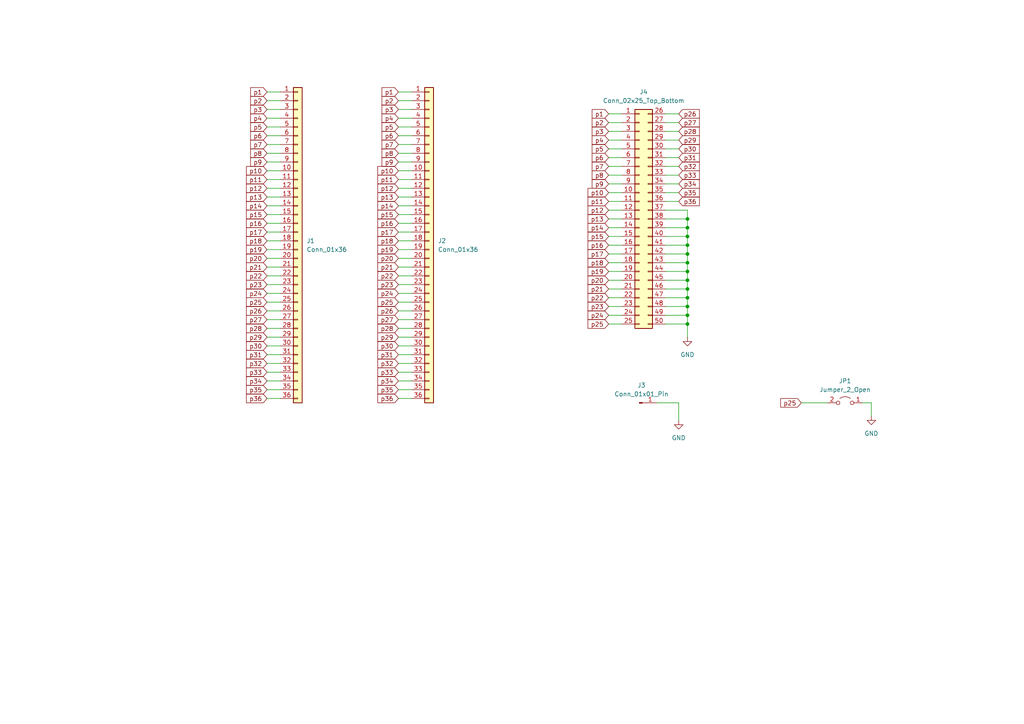
<source format=kicad_sch>
(kicad_sch (version 20230121) (generator eeschema)
  (paper "A4")
  (lib_symbols
    (symbol "Connector:Conn_01x01_Pin" (pin_names (offset 1.016) hide)
      (property "Reference" "J" (at 0 2.54 0))
      (property "Value" "Conn_01x01_Pin" (at 0 -2.54 0))
      (symbol "Conn_01x01_Pin_1_1"
        (polyline (pts (xy 1.27 0) (xy 0.8636 0)) (stroke (width 0.1524)))
        (rectangle (start 0.8636 0.127) (end 0 -0.127) (stroke (width 0.1524)) (fill (type outline)))
        (pin passive line (at 5.08 0 180) (length 3.81) (name "Pin_1") (number "1"))
      )
    )
    (symbol "Connector_Generic:Conn_01x36" (pin_names (offset 1.016) hide)
      (property "Reference" "J" (at 0 45.72 0))
      (property "Value" "Conn_01x36" (at 0 -48.26 0))
      (symbol "Conn_01x36_1_1"
        (rectangle (start -1.27 -45.593) (end 0 -45.847) (stroke (width 0.1524)))
        (rectangle (start -1.27 -43.053) (end 0 -43.307) (stroke (width 0.1524)))
        (rectangle (start -1.27 -40.513) (end 0 -40.767) (stroke (width 0.1524)))
        (rectangle (start -1.27 -37.973) (end 0 -38.227) (stroke (width 0.1524)))
        (rectangle (start -1.27 -35.433) (end 0 -35.687) (stroke (width 0.1524)))
        (rectangle (start -1.27 -32.893) (end 0 -33.147) (stroke (width 0.1524)))
        (rectangle (start -1.27 -30.353) (end 0 -30.607) (stroke (width 0.1524)))
        (rectangle (start -1.27 -27.813) (end 0 -28.067) (stroke (width 0.1524)))
        (rectangle (start -1.27 -25.273) (end 0 -25.527) (stroke (width 0.1524)))
        (rectangle (start -1.27 -22.733) (end 0 -22.987) (stroke (width 0.1524)))
        (rectangle (start -1.27 -20.193) (end 0 -20.447) (stroke (width 0.1524)))
        (rectangle (start -1.27 -17.653) (end 0 -17.907) (stroke (width 0.1524)))
        (rectangle (start -1.27 -15.113) (end 0 -15.367) (stroke (width 0.1524)))
        (rectangle (start -1.27 -12.573) (end 0 -12.827) (stroke (width 0.1524)))
        (rectangle (start -1.27 -10.033) (end 0 -10.287) (stroke (width 0.1524)))
        (rectangle (start -1.27 -7.493) (end 0 -7.747) (stroke (width 0.1524)))
        (rectangle (start -1.27 -4.953) (end 0 -5.207) (stroke (width 0.1524)))
        (rectangle (start -1.27 -2.413) (end 0 -2.667) (stroke (width 0.1524)))
        (rectangle (start -1.27 0.127) (end 0 -0.127) (stroke (width 0.1524)))
        (rectangle (start -1.27 2.667) (end 0 2.413) (stroke (width 0.1524)))
        (rectangle (start -1.27 5.207) (end 0 4.953) (stroke (width 0.1524)))
        (rectangle (start -1.27 7.747) (end 0 7.493) (stroke (width 0.1524)))
        (rectangle (start -1.27 10.287) (end 0 10.033) (stroke (width 0.1524)))
        (rectangle (start -1.27 12.827) (end 0 12.573) (stroke (width 0.1524)))
        (rectangle (start -1.27 15.367) (end 0 15.113) (stroke (width 0.1524)))
        (rectangle (start -1.27 17.907) (end 0 17.653) (stroke (width 0.1524)))
        (rectangle (start -1.27 20.447) (end 0 20.193) (stroke (width 0.1524)))
        (rectangle (start -1.27 22.987) (end 0 22.733) (stroke (width 0.1524)))
        (rectangle (start -1.27 25.527) (end 0 25.273) (stroke (width 0.1524)))
        (rectangle (start -1.27 28.067) (end 0 27.813) (stroke (width 0.1524)))
        (rectangle (start -1.27 30.607) (end 0 30.353) (stroke (width 0.1524)))
        (rectangle (start -1.27 33.147) (end 0 32.893) (stroke (width 0.1524)))
        (rectangle (start -1.27 35.687) (end 0 35.433) (stroke (width 0.1524)))
        (rectangle (start -1.27 38.227) (end 0 37.973) (stroke (width 0.1524)))
        (rectangle (start -1.27 40.767) (end 0 40.513) (stroke (width 0.1524)))
        (rectangle (start -1.27 43.307) (end 0 43.053) (stroke (width 0.1524)))
        (rectangle (start -1.27 44.45) (end 1.27 -46.99) (stroke (width 0.254)) (fill (type background)))
        (pin passive line (at -5.08 43.18 0) (length 3.81) (name "Pin_1") (number "1"))
        (pin passive line (at -5.08 20.32 0) (length 3.81) (name "Pin_10") (number "10"))
        (pin passive line (at -5.08 17.78 0) (length 3.81) (name "Pin_11") (number "11"))
        (pin passive line (at -5.08 15.24 0) (length 3.81) (name "Pin_12") (number "12"))
        (pin passive line (at -5.08 12.7 0) (length 3.81) (name "Pin_13") (number "13"))
        (pin passive line (at -5.08 10.16 0) (length 3.81) (name "Pin_14") (number "14"))
        (pin passive line (at -5.08 7.62 0) (length 3.81) (name "Pin_15") (number "15"))
        (pin passive line (at -5.08 5.08 0) (length 3.81) (name "Pin_16") (number "16"))
        (pin passive line (at -5.08 2.54 0) (length 3.81) (name "Pin_17") (number "17"))
        (pin passive line (at -5.08 0 0) (length 3.81) (name "Pin_18") (number "18"))
        (pin passive line (at -5.08 -2.54 0) (length 3.81) (name "Pin_19") (number "19"))
        (pin passive line (at -5.08 40.64 0) (length 3.81) (name "Pin_2") (number "2"))
        (pin passive line (at -5.08 -5.08 0) (length 3.81) (name "Pin_20") (number "20"))
        (pin passive line (at -5.08 -7.62 0) (length 3.81) (name "Pin_21") (number "21"))
        (pin passive line (at -5.08 -10.16 0) (length 3.81) (name "Pin_22") (number "22"))
        (pin passive line (at -5.08 -12.7 0) (length 3.81) (name "Pin_23") (number "23"))
        (pin passive line (at -5.08 -15.24 0) (length 3.81) (name "Pin_24") (number "24"))
        (pin passive line (at -5.08 -17.78 0) (length 3.81) (name "Pin_25") (number "25"))
        (pin passive line (at -5.08 -20.32 0) (length 3.81) (name "Pin_26") (number "26"))
        (pin passive line (at -5.08 -22.86 0) (length 3.81) (name "Pin_27") (number "27"))
        (pin passive line (at -5.08 -25.4 0) (length 3.81) (name "Pin_28") (number "28"))
        (pin passive line (at -5.08 -27.94 0) (length 3.81) (name "Pin_29") (number "29"))
        (pin passive line (at -5.08 38.1 0) (length 3.81) (name "Pin_3") (number "3"))
        (pin passive line (at -5.08 -30.48 0) (length 3.81) (name "Pin_30") (number "30"))
        (pin passive line (at -5.08 -33.02 0) (length 3.81) (name "Pin_31") (number "31"))
        (pin passive line (at -5.08 -35.56 0) (length 3.81) (name "Pin_32") (number "32"))
        (pin passive line (at -5.08 -38.1 0) (length 3.81) (name "Pin_33") (number "33"))
        (pin passive line (at -5.08 -40.64 0) (length 3.81) (name "Pin_34") (number "34"))
        (pin passive line (at -5.08 -43.18 0) (length 3.81) (name "Pin_35") (number "35"))
        (pin passive line (at -5.08 -45.72 0) (length 3.81) (name "Pin_36") (number "36"))
        (pin passive line (at -5.08 35.56 0) (length 3.81) (name "Pin_4") (number "4"))
        (pin passive line (at -5.08 33.02 0) (length 3.81) (name "Pin_5") (number "5"))
        (pin passive line (at -5.08 30.48 0) (length 3.81) (name "Pin_6") (number "6"))
        (pin passive line (at -5.08 27.94 0) (length 3.81) (name "Pin_7") (number "7"))
        (pin passive line (at -5.08 25.4 0) (length 3.81) (name "Pin_8") (number "8"))
        (pin passive line (at -5.08 22.86 0) (length 3.81) (name "Pin_9") (number "9"))
      )
    )
    (symbol "Connector_Generic:Conn_02x25_Top_Bottom" (pin_names (offset 1.016) hide)
      (property "Reference" "J" (at 1.27 33.02 0))
      (property "Value" "Conn_02x25_Top_Bottom" (at 1.27 -33.02 0))
      (symbol "Conn_02x25_Top_Bottom_1_1"
        (rectangle (start -1.27 -30.353) (end 0 -30.607) (stroke (width 0.1524)))
        (rectangle (start -1.27 -27.813) (end 0 -28.067) (stroke (width 0.1524)))
        (rectangle (start -1.27 -25.273) (end 0 -25.527) (stroke (width 0.1524)))
        (rectangle (start -1.27 -22.733) (end 0 -22.987) (stroke (width 0.1524)))
        (rectangle (start -1.27 -20.193) (end 0 -20.447) (stroke (width 0.1524)))
        (rectangle (start -1.27 -17.653) (end 0 -17.907) (stroke (width 0.1524)))
        (rectangle (start -1.27 -15.113) (end 0 -15.367) (stroke (width 0.1524)))
        (rectangle (start -1.27 -12.573) (end 0 -12.827) (stroke (width 0.1524)))
        (rectangle (start -1.27 -10.033) (end 0 -10.287) (stroke (width 0.1524)))
        (rectangle (start -1.27 -7.493) (end 0 -7.747) (stroke (width 0.1524)))
        (rectangle (start -1.27 -4.953) (end 0 -5.207) (stroke (width 0.1524)))
        (rectangle (start -1.27 -2.413) (end 0 -2.667) (stroke (width 0.1524)))
        (rectangle (start -1.27 0.127) (end 0 -0.127) (stroke (width 0.1524)))
        (rectangle (start -1.27 2.667) (end 0 2.413) (stroke (width 0.1524)))
        (rectangle (start -1.27 5.207) (end 0 4.953) (stroke (width 0.1524)))
        (rectangle (start -1.27 7.747) (end 0 7.493) (stroke (width 0.1524)))
        (rectangle (start -1.27 10.287) (end 0 10.033) (stroke (width 0.1524)))
        (rectangle (start -1.27 12.827) (end 0 12.573) (stroke (width 0.1524)))
        (rectangle (start -1.27 15.367) (end 0 15.113) (stroke (width 0.1524)))
        (rectangle (start -1.27 17.907) (end 0 17.653) (stroke (width 0.1524)))
        (rectangle (start -1.27 20.447) (end 0 20.193) (stroke (width 0.1524)))
        (rectangle (start -1.27 22.987) (end 0 22.733) (stroke (width 0.1524)))
        (rectangle (start -1.27 25.527) (end 0 25.273) (stroke (width 0.1524)))
        (rectangle (start -1.27 28.067) (end 0 27.813) (stroke (width 0.1524)))
        (rectangle (start -1.27 30.607) (end 0 30.353) (stroke (width 0.1524)))
        (rectangle (start -1.27 31.75) (end 3.81 -31.75) (stroke (width 0.254)) (fill (type background)))
        (rectangle (start 3.81 -30.353) (end 2.54 -30.607) (stroke (width 0.1524)))
        (rectangle (start 3.81 -27.813) (end 2.54 -28.067) (stroke (width 0.1524)))
        (rectangle (start 3.81 -25.273) (end 2.54 -25.527) (stroke (width 0.1524)))
        (rectangle (start 3.81 -22.733) (end 2.54 -22.987) (stroke (width 0.1524)))
        (rectangle (start 3.81 -20.193) (end 2.54 -20.447) (stroke (width 0.1524)))
        (rectangle (start 3.81 -17.653) (end 2.54 -17.907) (stroke (width 0.1524)))
        (rectangle (start 3.81 -15.113) (end 2.54 -15.367) (stroke (width 0.1524)))
        (rectangle (start 3.81 -12.573) (end 2.54 -12.827) (stroke (width 0.1524)))
        (rectangle (start 3.81 -10.033) (end 2.54 -10.287) (stroke (width 0.1524)))
        (rectangle (start 3.81 -7.493) (end 2.54 -7.747) (stroke (width 0.1524)))
        (rectangle (start 3.81 -4.953) (end 2.54 -5.207) (stroke (width 0.1524)))
        (rectangle (start 3.81 -2.413) (end 2.54 -2.667) (stroke (width 0.1524)))
        (rectangle (start 3.81 0.127) (end 2.54 -0.127) (stroke (width 0.1524)))
        (rectangle (start 3.81 2.667) (end 2.54 2.413) (stroke (width 0.1524)))
        (rectangle (start 3.81 5.207) (end 2.54 4.953) (stroke (width 0.1524)))
        (rectangle (start 3.81 7.747) (end 2.54 7.493) (stroke (width 0.1524)))
        (rectangle (start 3.81 10.287) (end 2.54 10.033) (stroke (width 0.1524)))
        (rectangle (start 3.81 12.827) (end 2.54 12.573) (stroke (width 0.1524)))
        (rectangle (start 3.81 15.367) (end 2.54 15.113) (stroke (width 0.1524)))
        (rectangle (start 3.81 17.907) (end 2.54 17.653) (stroke (width 0.1524)))
        (rectangle (start 3.81 20.447) (end 2.54 20.193) (stroke (width 0.1524)))
        (rectangle (start 3.81 22.987) (end 2.54 22.733) (stroke (width 0.1524)))
        (rectangle (start 3.81 25.527) (end 2.54 25.273) (stroke (width 0.1524)))
        (rectangle (start 3.81 28.067) (end 2.54 27.813) (stroke (width 0.1524)))
        (rectangle (start 3.81 30.607) (end 2.54 30.353) (stroke (width 0.1524)))
        (pin passive line (at -5.08 30.48 0) (length 3.81) (name "Pin_1") (number "1"))
        (pin passive line (at -5.08 7.62 0) (length 3.81) (name "Pin_10") (number "10"))
        (pin passive line (at -5.08 5.08 0) (length 3.81) (name "Pin_11") (number "11"))
        (pin passive line (at -5.08 2.54 0) (length 3.81) (name "Pin_12") (number "12"))
        (pin passive line (at -5.08 0 0) (length 3.81) (name "Pin_13") (number "13"))
        (pin passive line (at -5.08 -2.54 0) (length 3.81) (name "Pin_14") (number "14"))
        (pin passive line (at -5.08 -5.08 0) (length 3.81) (name "Pin_15") (number "15"))
        (pin passive line (at -5.08 -7.62 0) (length 3.81) (name "Pin_16") (number "16"))
        (pin passive line (at -5.08 -10.16 0) (length 3.81) (name "Pin_17") (number "17"))
        (pin passive line (at -5.08 -12.7 0) (length 3.81) (name "Pin_18") (number "18"))
        (pin passive line (at -5.08 -15.24 0) (length 3.81) (name "Pin_19") (number "19"))
        (pin passive line (at -5.08 27.94 0) (length 3.81) (name "Pin_2") (number "2"))
        (pin passive line (at -5.08 -17.78 0) (length 3.81) (name "Pin_20") (number "20"))
        (pin passive line (at -5.08 -20.32 0) (length 3.81) (name "Pin_21") (number "21"))
        (pin passive line (at -5.08 -22.86 0) (length 3.81) (name "Pin_22") (number "22"))
        (pin passive line (at -5.08 -25.4 0) (length 3.81) (name "Pin_23") (number "23"))
        (pin passive line (at -5.08 -27.94 0) (length 3.81) (name "Pin_24") (number "24"))
        (pin passive line (at -5.08 -30.48 0) (length 3.81) (name "Pin_25") (number "25"))
        (pin passive line (at 7.62 30.48 180) (length 3.81) (name "Pin_26") (number "26"))
        (pin passive line (at 7.62 27.94 180) (length 3.81) (name "Pin_27") (number "27"))
        (pin passive line (at 7.62 25.4 180) (length 3.81) (name "Pin_28") (number "28"))
        (pin passive line (at 7.62 22.86 180) (length 3.81) (name "Pin_29") (number "29"))
        (pin passive line (at -5.08 25.4 0) (length 3.81) (name "Pin_3") (number "3"))
        (pin passive line (at 7.62 20.32 180) (length 3.81) (name "Pin_30") (number "30"))
        (pin passive line (at 7.62 17.78 180) (length 3.81) (name "Pin_31") (number "31"))
        (pin passive line (at 7.62 15.24 180) (length 3.81) (name "Pin_32") (number "32"))
        (pin passive line (at 7.62 12.7 180) (length 3.81) (name "Pin_33") (number "33"))
        (pin passive line (at 7.62 10.16 180) (length 3.81) (name "Pin_34") (number "34"))
        (pin passive line (at 7.62 7.62 180) (length 3.81) (name "Pin_35") (number "35"))
        (pin passive line (at 7.62 5.08 180) (length 3.81) (name "Pin_36") (number "36"))
        (pin passive line (at 7.62 2.54 180) (length 3.81) (name "Pin_37") (number "37"))
        (pin passive line (at 7.62 0 180) (length 3.81) (name "Pin_38") (number "38"))
        (pin passive line (at 7.62 -2.54 180) (length 3.81) (name "Pin_39") (number "39"))
        (pin passive line (at -5.08 22.86 0) (length 3.81) (name "Pin_4") (number "4"))
        (pin passive line (at 7.62 -5.08 180) (length 3.81) (name "Pin_40") (number "40"))
        (pin passive line (at 7.62 -7.62 180) (length 3.81) (name "Pin_41") (number "41"))
        (pin passive line (at 7.62 -10.16 180) (length 3.81) (name "Pin_42") (number "42"))
        (pin passive line (at 7.62 -12.7 180) (length 3.81) (name "Pin_43") (number "43"))
        (pin passive line (at 7.62 -15.24 180) (length 3.81) (name "Pin_44") (number "44"))
        (pin passive line (at 7.62 -17.78 180) (length 3.81) (name "Pin_45") (number "45"))
        (pin passive line (at 7.62 -20.32 180) (length 3.81) (name "Pin_46") (number "46"))
        (pin passive line (at 7.62 -22.86 180) (length 3.81) (name "Pin_47") (number "47"))
        (pin passive line (at 7.62 -25.4 180) (length 3.81) (name "Pin_48") (number "48"))
        (pin passive line (at 7.62 -27.94 180) (length 3.81) (name "Pin_49") (number "49"))
        (pin passive line (at -5.08 20.32 0) (length 3.81) (name "Pin_5") (number "5"))
        (pin passive line (at 7.62 -30.48 180) (length 3.81) (name "Pin_50") (number "50"))
        (pin passive line (at -5.08 17.78 0) (length 3.81) (name "Pin_6") (number "6"))
        (pin passive line (at -5.08 15.24 0) (length 3.81) (name "Pin_7") (number "7"))
        (pin passive line (at -5.08 12.7 0) (length 3.81) (name "Pin_8") (number "8"))
        (pin passive line (at -5.08 10.16 0) (length 3.81) (name "Pin_9") (number "9"))
      )
    )
    (symbol "Jumper:Jumper_2_Open" (pin_names (offset 0) hide)
      (property "Reference" "JP" (at 0 2.794 0))
      (property "Value" "Jumper_2_Open" (at 0 -2.286 0))
      (symbol "Jumper_2_Open_0_0"
        (circle (center -2.032 0) (radius 0.508))
        (circle (center 2.032 0) (radius 0.508))
      )
      (symbol "Jumper_2_Open_0_1"
        (arc (start 1.524 1.27) (mid 0 1.778) (end -1.524 1.27))
      )
      (symbol "Jumper_2_Open_1_1"
        (pin passive line (at -5.08 0 0) (length 2.54) (name "A") (number "1"))
        (pin passive line (at 5.08 0 180) (length 2.54) (name "B") (number "2"))
      )
    )
    (symbol "power:GND" (power) (pin_names (offset 0))
      (property "Value" "GND" (at 0 -3.81 0))
      (symbol "GND_0_1"
        (polyline (pts (xy 0 0) (xy 0 -1.27) (xy 1.27 -1.27) (xy 0 -2.54) (xy -1.27 -1.27) (xy 0 -1.27)))
      )
      (symbol "GND_1_1"
        (pin power_in line (at 0 0 270) (length 0) hide (name "GND") (number "1"))
      )
    )
  )
  (junction (at 199.39 86.36))
  (junction (at 199.39 83.82))
  (junction (at 199.39 93.98))
  (junction (at 199.39 88.9))
  (junction (at 199.39 63.5))
  (junction (at 199.39 91.44))
  (junction (at 199.39 66.04))
  (junction (at 199.39 68.58))
  (junction (at 199.39 71.12))
  (junction (at 199.39 76.2))
  (junction (at 199.39 81.28))
  (junction (at 199.39 78.74))
  (junction (at 199.39 73.66))
  (wire (pts (xy 77.47 87.63) (xy 81.28 87.63)))
  (wire (pts (xy 199.39 83.82) (xy 193.04 83.82)))
  (wire (pts (xy 176.53 78.74) (xy 180.34 78.74)))
  (wire (pts (xy 199.39 93.98) (xy 193.04 93.98)))
  (wire (pts (xy 176.53 68.58) (xy 180.34 68.58)))
  (wire (pts (xy 196.85 43.18) (xy 193.04 43.18)))
  (wire (pts (xy 77.47 49.53) (xy 81.28 49.53)))
  (wire (pts (xy 77.47 31.75) (xy 81.28 31.75)))
  (wire (pts (xy 176.53 60.96) (xy 180.34 60.96)))
  (wire (pts (xy 115.57 92.71) (xy 119.38 92.71)))
  (wire (pts (xy 77.47 102.87) (xy 81.28 102.87)))
  (wire (pts (xy 176.53 45.72) (xy 180.34 45.72)))
  (wire (pts (xy 77.47 95.25) (xy 81.28 95.25)))
  (wire (pts (xy 176.53 66.04) (xy 180.34 66.04)))
  (wire (pts (xy 199.39 76.2) (xy 193.04 76.2)))
  (wire (pts (xy 115.57 62.23) (xy 119.38 62.23)))
  (wire (pts (xy 199.39 71.12) (xy 193.04 71.12)))
  (wire (pts (xy 115.57 90.17) (xy 119.38 90.17)))
  (wire (pts (xy 115.57 77.47) (xy 119.38 77.47)))
  (wire (pts (xy 77.47 39.37) (xy 81.28 39.37)))
  (wire (pts (xy 196.85 50.8) (xy 193.04 50.8)))
  (wire (pts (xy 77.47 72.39) (xy 81.28 72.39)))
  (wire (pts (xy 196.85 38.1) (xy 193.04 38.1)))
  (wire (pts (xy 77.47 74.93) (xy 81.28 74.93)))
  (wire (pts (xy 115.57 29.21) (xy 119.38 29.21)))
  (wire (pts (xy 115.57 105.41) (xy 119.38 105.41)))
  (wire (pts (xy 115.57 54.61) (xy 119.38 54.61)))
  (wire (pts (xy 196.85 116.84) (xy 196.85 121.92)))
  (wire (pts (xy 199.39 83.82) (xy 199.39 86.36)))
  (wire (pts (xy 77.47 64.77) (xy 81.28 64.77)))
  (wire (pts (xy 77.47 90.17) (xy 81.28 90.17)))
  (wire (pts (xy 77.47 34.29) (xy 81.28 34.29)))
  (wire (pts (xy 77.47 110.49) (xy 81.28 110.49)))
  (wire (pts (xy 77.47 107.95) (xy 81.28 107.95)))
  (wire (pts (xy 77.47 115.57) (xy 81.28 115.57)))
  (wire (pts (xy 176.53 55.88) (xy 180.34 55.88)))
  (wire (pts (xy 176.53 50.8) (xy 180.34 50.8)))
  (wire (pts (xy 115.57 72.39) (xy 119.38 72.39)))
  (wire (pts (xy 115.57 87.63) (xy 119.38 87.63)))
  (wire (pts (xy 199.39 66.04) (xy 193.04 66.04)))
  (wire (pts (xy 176.53 63.5) (xy 180.34 63.5)))
  (wire (pts (xy 77.47 59.69) (xy 81.28 59.69)))
  (wire (pts (xy 77.47 80.01) (xy 81.28 80.01)))
  (wire (pts (xy 199.39 81.28) (xy 193.04 81.28)))
  (wire (pts (xy 176.53 48.26) (xy 180.34 48.26)))
  (wire (pts (xy 77.47 85.09) (xy 81.28 85.09)))
  (wire (pts (xy 176.53 40.64) (xy 180.34 40.64)))
  (wire (pts (xy 176.53 81.28) (xy 180.34 81.28)))
  (wire (pts (xy 199.39 73.66) (xy 199.39 76.2)))
  (wire (pts (xy 77.47 41.91) (xy 81.28 41.91)))
  (wire (pts (xy 196.85 35.56) (xy 193.04 35.56)))
  (wire (pts (xy 115.57 64.77) (xy 119.38 64.77)))
  (wire (pts (xy 199.39 88.9) (xy 199.39 91.44)))
  (wire (pts (xy 199.39 93.98) (xy 199.39 97.79)))
  (wire (pts (xy 176.53 73.66) (xy 180.34 73.66)))
  (wire (pts (xy 176.53 38.1) (xy 180.34 38.1)))
  (wire (pts (xy 232.41 116.84) (xy 240.03 116.84)))
  (wire (pts (xy 77.47 57.15) (xy 81.28 57.15)))
  (wire (pts (xy 115.57 26.67) (xy 119.38 26.67)))
  (wire (pts (xy 115.57 57.15) (xy 119.38 57.15)))
  (wire (pts (xy 115.57 44.45) (xy 119.38 44.45)))
  (wire (pts (xy 115.57 95.25) (xy 119.38 95.25)))
  (wire (pts (xy 199.39 60.96) (xy 199.39 63.5)))
  (wire (pts (xy 115.57 69.85) (xy 119.38 69.85)))
  (wire (pts (xy 115.57 31.75) (xy 119.38 31.75)))
  (wire (pts (xy 115.57 36.83) (xy 119.38 36.83)))
  (wire (pts (xy 196.85 48.26) (xy 193.04 48.26)))
  (wire (pts (xy 77.47 92.71) (xy 81.28 92.71)))
  (wire (pts (xy 250.19 116.84) (xy 252.73 116.84)))
  (wire (pts (xy 196.85 33.02) (xy 193.04 33.02)))
  (wire (pts (xy 77.47 113.03) (xy 81.28 113.03)))
  (wire (pts (xy 199.39 91.44) (xy 193.04 91.44)))
  (wire (pts (xy 199.39 76.2) (xy 199.39 78.74)))
  (wire (pts (xy 115.57 39.37) (xy 119.38 39.37)))
  (wire (pts (xy 115.57 52.07) (xy 119.38 52.07)))
  (wire (pts (xy 77.47 52.07) (xy 81.28 52.07)))
  (wire (pts (xy 77.47 77.47) (xy 81.28 77.47)))
  (wire (pts (xy 199.39 73.66) (xy 193.04 73.66)))
  (wire (pts (xy 199.39 88.9) (xy 193.04 88.9)))
  (wire (pts (xy 176.53 58.42) (xy 180.34 58.42)))
  (wire (pts (xy 252.73 116.84) (xy 252.73 120.65)))
  (wire (pts (xy 199.39 86.36) (xy 193.04 86.36)))
  (wire (pts (xy 176.53 33.02) (xy 180.34 33.02)))
  (wire (pts (xy 199.39 68.58) (xy 193.04 68.58)))
  (wire (pts (xy 199.39 63.5) (xy 193.04 63.5)))
  (wire (pts (xy 77.47 100.33) (xy 81.28 100.33)))
  (wire (pts (xy 176.53 71.12) (xy 180.34 71.12)))
  (wire (pts (xy 115.57 34.29) (xy 119.38 34.29)))
  (wire (pts (xy 77.47 36.83) (xy 81.28 36.83)))
  (wire (pts (xy 77.47 69.85) (xy 81.28 69.85)))
  (wire (pts (xy 196.85 40.64) (xy 193.04 40.64)))
  (wire (pts (xy 176.53 93.98) (xy 180.34 93.98)))
  (wire (pts (xy 199.39 71.12) (xy 199.39 73.66)))
  (wire (pts (xy 199.39 78.74) (xy 193.04 78.74)))
  (wire (pts (xy 176.53 83.82) (xy 180.34 83.82)))
  (wire (pts (xy 115.57 110.49) (xy 119.38 110.49)))
  (wire (pts (xy 196.85 45.72) (xy 193.04 45.72)))
  (wire (pts (xy 77.47 54.61) (xy 81.28 54.61)))
  (wire (pts (xy 77.47 29.21) (xy 81.28 29.21)))
  (wire (pts (xy 115.57 74.93) (xy 119.38 74.93)))
  (wire (pts (xy 196.85 58.42) (xy 193.04 58.42)))
  (wire (pts (xy 77.47 82.55) (xy 81.28 82.55)))
  (wire (pts (xy 199.39 68.58) (xy 199.39 71.12)))
  (wire (pts (xy 77.47 46.99) (xy 81.28 46.99)))
  (wire (pts (xy 199.39 66.04) (xy 199.39 68.58)))
  (wire (pts (xy 115.57 49.53) (xy 119.38 49.53)))
  (wire (pts (xy 176.53 43.18) (xy 180.34 43.18)))
  (wire (pts (xy 190.5 116.84) (xy 196.85 116.84)))
  (wire (pts (xy 115.57 100.33) (xy 119.38 100.33)))
  (wire (pts (xy 115.57 102.87) (xy 119.38 102.87)))
  (wire (pts (xy 115.57 113.03) (xy 119.38 113.03)))
  (wire (pts (xy 196.85 53.34) (xy 193.04 53.34)))
  (wire (pts (xy 115.57 67.31) (xy 119.38 67.31)))
  (wire (pts (xy 176.53 76.2) (xy 180.34 76.2)))
  (wire (pts (xy 176.53 35.56) (xy 180.34 35.56)))
  (wire (pts (xy 176.53 53.34) (xy 180.34 53.34)))
  (wire (pts (xy 196.85 55.88) (xy 193.04 55.88)))
  (wire (pts (xy 199.39 81.28) (xy 199.39 83.82)))
  (wire (pts (xy 115.57 97.79) (xy 119.38 97.79)))
  (wire (pts (xy 199.39 60.96) (xy 193.04 60.96)))
  (wire (pts (xy 77.47 97.79) (xy 81.28 97.79)))
  (wire (pts (xy 115.57 115.57) (xy 119.38 115.57)))
  (wire (pts (xy 115.57 41.91) (xy 119.38 41.91)))
  (wire (pts (xy 115.57 59.69) (xy 119.38 59.69)))
  (wire (pts (xy 77.47 44.45) (xy 81.28 44.45)))
  (wire (pts (xy 115.57 82.55) (xy 119.38 82.55)))
  (wire (pts (xy 199.39 86.36) (xy 199.39 88.9)))
  (wire (pts (xy 115.57 107.95) (xy 119.38 107.95)))
  (wire (pts (xy 176.53 91.44) (xy 180.34 91.44)))
  (wire (pts (xy 176.53 86.36) (xy 180.34 86.36)))
  (wire (pts (xy 115.57 85.09) (xy 119.38 85.09)))
  (wire (pts (xy 176.53 88.9) (xy 180.34 88.9)))
  (wire (pts (xy 77.47 105.41) (xy 81.28 105.41)))
  (wire (pts (xy 115.57 80.01) (xy 119.38 80.01)))
  (wire (pts (xy 199.39 91.44) (xy 199.39 93.98)))
  (wire (pts (xy 199.39 63.5) (xy 199.39 66.04)))
  (wire (pts (xy 77.47 67.31) (xy 81.28 67.31)))
  (wire (pts (xy 77.47 62.23) (xy 81.28 62.23)))
  (wire (pts (xy 115.57 46.99) (xy 119.38 46.99)))
  (wire (pts (xy 199.39 78.74) (xy 199.39 81.28)))
  (wire (pts (xy 77.47 26.67) (xy 81.28 26.67)))
  (global_label "p4" (shape input) (at 176.53 40.64 180) (property "Intersheetrefs" "${INTERSHEET_REFS}" (effects hide)))
  (global_label "p21" (shape input) (at 77.47 77.47 180) (property "Intersheetrefs" "${INTERSHEET_REFS}" (effects hide)))
  (global_label "p14" (shape input) (at 77.47 59.69 180) (property "Intersheetrefs" "${INTERSHEET_REFS}" (effects hide)))
  (global_label "p36" (shape input) (at 115.57 115.57 180) (property "Intersheetrefs" "${INTERSHEET_REFS}" (effects hide)))
  (global_label "p13" (shape input) (at 176.53 63.5 180) (property "Intersheetrefs" "${INTERSHEET_REFS}" (effects hide)))
  (global_label "p1" (shape input) (at 176.53 33.02 180) (property "Intersheetrefs" "${INTERSHEET_REFS}" (effects hide)))
  (global_label "p7" (shape input) (at 77.47 41.91 180) (property "Intersheetrefs" "${INTERSHEET_REFS}" (effects hide)))
  (global_label "p1" (shape input) (at 77.47 26.67 180) (property "Intersheetrefs" "${INTERSHEET_REFS}" (effects hide)))
  (global_label "p32" (shape input) (at 77.47 105.41 180) (property "Intersheetrefs" "${INTERSHEET_REFS}" (effects hide)))
  (global_label "p31" (shape input) (at 115.57 102.87 180) (property "Intersheetrefs" "${INTERSHEET_REFS}" (effects hide)))
  (global_label "p24" (shape input) (at 115.57 85.09 180) (property "Intersheetrefs" "${INTERSHEET_REFS}" (effects hide)))
  (global_label "p30" (shape input) (at 115.57 100.33 180) (property "Intersheetrefs" "${INTERSHEET_REFS}" (effects hide)))
  (global_label "p26" (shape input) (at 196.85 33.02 0) (property "Intersheetrefs" "${INTERSHEET_REFS}" (effects hide)))
  (global_label "p17" (shape input) (at 115.57 67.31 180) (property "Intersheetrefs" "${INTERSHEET_REFS}" (effects hide)))
  (global_label "p16" (shape input) (at 115.57 64.77 180) (property "Intersheetrefs" "${INTERSHEET_REFS}" (effects hide)))
  (global_label "p10" (shape input) (at 77.47 49.53 180) (property "Intersheetrefs" "${INTERSHEET_REFS}" (effects hide)))
  (global_label "p23" (shape input) (at 77.47 82.55 180) (property "Intersheetrefs" "${INTERSHEET_REFS}" (effects hide)))
  (global_label "p5" (shape input) (at 77.47 36.83 180) (property "Intersheetrefs" "${INTERSHEET_REFS}" (effects hide)))
  (global_label "p5" (shape input) (at 176.53 43.18 180) (property "Intersheetrefs" "${INTERSHEET_REFS}" (effects hide)))
  (global_label "p36" (shape input) (at 196.85 58.42 0) (property "Intersheetrefs" "${INTERSHEET_REFS}" (effects hide)))
  (global_label "p10" (shape input) (at 115.57 49.53 180) (property "Intersheetrefs" "${INTERSHEET_REFS}" (effects hide)))
  (global_label "p35" (shape input) (at 115.57 113.03 180) (property "Intersheetrefs" "${INTERSHEET_REFS}" (effects hide)))
  (global_label "p6" (shape input) (at 115.57 39.37 180) (property "Intersheetrefs" "${INTERSHEET_REFS}" (effects hide)))
  (global_label "p29" (shape input) (at 115.57 97.79 180) (property "Intersheetrefs" "${INTERSHEET_REFS}" (effects hide)))
  (global_label "p20" (shape input) (at 176.53 81.28 180) (property "Intersheetrefs" "${INTERSHEET_REFS}" (effects hide)))
  (global_label "p8" (shape input) (at 176.53 50.8 180) (property "Intersheetrefs" "${INTERSHEET_REFS}" (effects hide)))
  (global_label "p4" (shape input) (at 115.57 34.29 180) (property "Intersheetrefs" "${INTERSHEET_REFS}" (effects hide)))
  (global_label "p11" (shape input) (at 115.57 52.07 180) (property "Intersheetrefs" "${INTERSHEET_REFS}" (effects hide)))
  (global_label "p18" (shape input) (at 115.57 69.85 180) (property "Intersheetrefs" "${INTERSHEET_REFS}" (effects hide)))
  (global_label "p32" (shape input) (at 115.57 105.41 180) (property "Intersheetrefs" "${INTERSHEET_REFS}" (effects hide)))
  (global_label "p19" (shape input) (at 115.57 72.39 180) (property "Intersheetrefs" "${INTERSHEET_REFS}" (effects hide)))
  (global_label "p30" (shape input) (at 77.47 100.33 180) (property "Intersheetrefs" "${INTERSHEET_REFS}" (effects hide)))
  (global_label "p2" (shape input) (at 176.53 35.56 180) (property "Intersheetrefs" "${INTERSHEET_REFS}" (effects hide)))
  (global_label "p12" (shape input) (at 115.57 54.61 180) (property "Intersheetrefs" "${INTERSHEET_REFS}" (effects hide)))
  (global_label "p36" (shape input) (at 77.47 115.57 180) (property "Intersheetrefs" "${INTERSHEET_REFS}" (effects hide)))
  (global_label "p19" (shape input) (at 176.53 78.74 180) (property "Intersheetrefs" "${INTERSHEET_REFS}" (effects hide)))
  (global_label "p22" (shape input) (at 77.47 80.01 180) (property "Intersheetrefs" "${INTERSHEET_REFS}" (effects hide)))
  (global_label "p15" (shape input) (at 176.53 68.58 180) (property "Intersheetrefs" "${INTERSHEET_REFS}" (effects hide)))
  (global_label "p12" (shape input) (at 77.47 54.61 180) (property "Intersheetrefs" "${INTERSHEET_REFS}" (effects hide)))
  (global_label "p30" (shape input) (at 196.85 43.18 0) (property "Intersheetrefs" "${INTERSHEET_REFS}" (effects hide)))
  (global_label "p25" (shape input) (at 176.53 93.98 180) (property "Intersheetrefs" "${INTERSHEET_REFS}" (effects hide)))
  (global_label "p6" (shape input) (at 176.53 45.72 180) (property "Intersheetrefs" "${INTERSHEET_REFS}" (effects hide)))
  (global_label "p7" (shape input) (at 115.57 41.91 180) (property "Intersheetrefs" "${INTERSHEET_REFS}" (effects hide)))
  (global_label "p21" (shape input) (at 115.57 77.47 180) (property "Intersheetrefs" "${INTERSHEET_REFS}" (effects hide)))
  (global_label "p15" (shape input) (at 115.57 62.23 180) (property "Intersheetrefs" "${INTERSHEET_REFS}" (effects hide)))
  (global_label "p27" (shape input) (at 77.47 92.71 180) (property "Intersheetrefs" "${INTERSHEET_REFS}" (effects hide)))
  (global_label "p11" (shape input) (at 77.47 52.07 180) (property "Intersheetrefs" "${INTERSHEET_REFS}" (effects hide)))
  (global_label "p22" (shape input) (at 115.57 80.01 180) (property "Intersheetrefs" "${INTERSHEET_REFS}" (effects hide)))
  (global_label "p10" (shape input) (at 176.53 55.88 180) (property "Intersheetrefs" "${INTERSHEET_REFS}" (effects hide)))
  (global_label "p33" (shape input) (at 196.85 50.8 0) (property "Intersheetrefs" "${INTERSHEET_REFS}" (effects hide)))
  (global_label "p1" (shape input) (at 115.57 26.67 180) (property "Intersheetrefs" "${INTERSHEET_REFS}" (effects hide)))
  (global_label "p28" (shape input) (at 196.85 38.1 0) (property "Intersheetrefs" "${INTERSHEET_REFS}" (effects hide)))
  (global_label "p23" (shape input) (at 176.53 88.9 180) (property "Intersheetrefs" "${INTERSHEET_REFS}" (effects hide)))
  (global_label "p34" (shape input) (at 196.85 53.34 0) (property "Intersheetrefs" "${INTERSHEET_REFS}" (effects hide)))
  (global_label "p14" (shape input) (at 176.53 66.04 180) (property "Intersheetrefs" "${INTERSHEET_REFS}" (effects hide)))
  (global_label "p32" (shape input) (at 196.85 48.26 0) (property "Intersheetrefs" "${INTERSHEET_REFS}" (effects hide)))
  (global_label "p26" (shape input) (at 115.57 90.17 180) (property "Intersheetrefs" "${INTERSHEET_REFS}" (effects hide)))
  (global_label "p24" (shape input) (at 77.47 85.09 180) (property "Intersheetrefs" "${INTERSHEET_REFS}" (effects hide)))
  (global_label "p27" (shape input) (at 196.85 35.56 0) (property "Intersheetrefs" "${INTERSHEET_REFS}" (effects hide)))
  (global_label "p2" (shape input) (at 115.57 29.21 180) (property "Intersheetrefs" "${INTERSHEET_REFS}" (effects hide)))
  (global_label "p18" (shape input) (at 77.47 69.85 180) (property "Intersheetrefs" "${INTERSHEET_REFS}" (effects hide)))
  (global_label "p22" (shape input) (at 176.53 86.36 180) (property "Intersheetrefs" "${INTERSHEET_REFS}" (effects hide)))
  (global_label "p13" (shape input) (at 115.57 57.15 180) (property "Intersheetrefs" "${INTERSHEET_REFS}" (effects hide)))
  (global_label "p3" (shape input) (at 115.57 31.75 180) (property "Intersheetrefs" "${INTERSHEET_REFS}" (effects hide)))
  (global_label "p16" (shape input) (at 176.53 71.12 180) (property "Intersheetrefs" "${INTERSHEET_REFS}" (effects hide)))
  (global_label "p23" (shape input) (at 115.57 82.55 180) (property "Intersheetrefs" "${INTERSHEET_REFS}" (effects hide)))
  (global_label "p28" (shape input) (at 115.57 95.25 180) (property "Intersheetrefs" "${INTERSHEET_REFS}" (effects hide)))
  (global_label "p21" (shape input) (at 176.53 83.82 180) (property "Intersheetrefs" "${INTERSHEET_REFS}" (effects hide)))
  (global_label "p34" (shape input) (at 115.57 110.49 180) (property "Intersheetrefs" "${INTERSHEET_REFS}" (effects hide)))
  (global_label "p9" (shape input) (at 115.57 46.99 180) (property "Intersheetrefs" "${INTERSHEET_REFS}" (effects hide)))
  (global_label "p7" (shape input) (at 176.53 48.26 180) (property "Intersheetrefs" "${INTERSHEET_REFS}" (effects hide)))
  (global_label "p5" (shape input) (at 115.57 36.83 180) (property "Intersheetrefs" "${INTERSHEET_REFS}" (effects hide)))
  (global_label "p4" (shape input) (at 77.47 34.29 180) (property "Intersheetrefs" "${INTERSHEET_REFS}" (effects hide)))
  (global_label "p15" (shape input) (at 77.47 62.23 180) (property "Intersheetrefs" "${INTERSHEET_REFS}" (effects hide)))
  (global_label "p31" (shape input) (at 196.85 45.72 0) (property "Intersheetrefs" "${INTERSHEET_REFS}" (effects hide)))
  (global_label "p8" (shape input) (at 115.57 44.45 180) (property "Intersheetrefs" "${INTERSHEET_REFS}" (effects hide)))
  (global_label "p9" (shape input) (at 176.53 53.34 180) (property "Intersheetrefs" "${INTERSHEET_REFS}" (effects hide)))
  (global_label "p12" (shape input) (at 176.53 60.96 180) (property "Intersheetrefs" "${INTERSHEET_REFS}" (effects hide)))
  (global_label "p29" (shape input) (at 196.85 40.64 0) (property "Intersheetrefs" "${INTERSHEET_REFS}" (effects hide)))
  (global_label "p25" (shape input) (at 115.57 87.63 180) (property "Intersheetrefs" "${INTERSHEET_REFS}" (effects hide)))
  (global_label "p27" (shape input) (at 115.57 92.71 180) (property "Intersheetrefs" "${INTERSHEET_REFS}" (effects hide)))
  (global_label "p16" (shape input) (at 77.47 64.77 180) (property "Intersheetrefs" "${INTERSHEET_REFS}" (effects hide)))
  (global_label "p17" (shape input) (at 77.47 67.31 180) (property "Intersheetrefs" "${INTERSHEET_REFS}" (effects hide)))
  (global_label "p14" (shape input) (at 115.57 59.69 180) (property "Intersheetrefs" "${INTERSHEET_REFS}" (effects hide)))
  (global_label "p2" (shape input) (at 77.47 29.21 180) (property "Intersheetrefs" "${INTERSHEET_REFS}" (effects hide)))
  (global_label "p13" (shape input) (at 77.47 57.15 180) (property "Intersheetrefs" "${INTERSHEET_REFS}" (effects hide)))
  (global_label "p35" (shape input) (at 196.85 55.88 0) (property "Intersheetrefs" "${INTERSHEET_REFS}" (effects hide)))
  (global_label "p31" (shape input) (at 77.47 102.87 180) (property "Intersheetrefs" "${INTERSHEET_REFS}" (effects hide)))
  (global_label "p20" (shape input) (at 115.57 74.93 180) (property "Intersheetrefs" "${INTERSHEET_REFS}" (effects hide)))
  (global_label "p6" (shape input) (at 77.47 39.37 180) (property "Intersheetrefs" "${INTERSHEET_REFS}" (effects hide)))
  (global_label "p17" (shape input) (at 176.53 73.66 180) (property "Intersheetrefs" "${INTERSHEET_REFS}" (effects hide)))
  (global_label "p25" (shape input) (at 77.47 87.63 180) (property "Intersheetrefs" "${INTERSHEET_REFS}" (effects hide)))
  (global_label "p24" (shape input) (at 176.53 91.44 180) (property "Intersheetrefs" "${INTERSHEET_REFS}" (effects hide)))
  (global_label "p33" (shape input) (at 115.57 107.95 180) (property "Intersheetrefs" "${INTERSHEET_REFS}" (effects hide)))
  (global_label "p11" (shape input) (at 176.53 58.42 180) (property "Intersheetrefs" "${INTERSHEET_REFS}" (effects hide)))
  (global_label "p33" (shape input) (at 77.47 107.95 180) (property "Intersheetrefs" "${INTERSHEET_REFS}" (effects hide)))
  (global_label "p18" (shape input) (at 176.53 76.2 180) (property "Intersheetrefs" "${INTERSHEET_REFS}" (effects hide)))
  (global_label "p19" (shape input) (at 77.47 72.39 180) (property "Intersheetrefs" "${INTERSHEET_REFS}" (effects hide)))
  (global_label "p34" (shape input) (at 77.47 110.49 180) (property "Intersheetrefs" "${INTERSHEET_REFS}" (effects hide)))
  (global_label "p35" (shape input) (at 77.47 113.03 180) (property "Intersheetrefs" "${INTERSHEET_REFS}" (effects hide)))
  (global_label "p20" (shape input) (at 77.47 74.93 180) (property "Intersheetrefs" "${INTERSHEET_REFS}" (effects hide)))
  (global_label "p29" (shape input) (at 77.47 97.79 180) (property "Intersheetrefs" "${INTERSHEET_REFS}" (effects hide)))
  (global_label "p25" (shape input) (at 232.41 116.84 180) (property "Intersheetrefs" "${INTERSHEET_REFS}" (effects hide)))
  (global_label "p8" (shape input) (at 77.47 44.45 180) (property "Intersheetrefs" "${INTERSHEET_REFS}" (effects hide)))
  (global_label "p28" (shape input) (at 77.47 95.25 180) (property "Intersheetrefs" "${INTERSHEET_REFS}" (effects hide)))
  (global_label "p9" (shape input) (at 77.47 46.99 180) (property "Intersheetrefs" "${INTERSHEET_REFS}" (effects hide)))
  (global_label "p3" (shape input) (at 77.47 31.75 180) (property "Intersheetrefs" "${INTERSHEET_REFS}" (effects hide)))
  (global_label "p3" (shape input) (at 176.53 38.1 180) (property "Intersheetrefs" "${INTERSHEET_REFS}" (effects hide)))
  (global_label "p26" (shape input) (at 77.47 90.17 180) (property "Intersheetrefs" "${INTERSHEET_REFS}" (effects hide)))
  (symbol (lib_id "power:GND") (at 199.39 97.79 0) (unit 1)
    (property "Reference" "#PWR01" (effects hide))
    (property "Value" "GND" (at 199.39 102.87 0))
  )
  (symbol (lib_id "Connector_Generic:Conn_02x25_Top_Bottom") (at 185.42 63.5 0) (unit 1)
    (property "Reference" "J4" (at 186.69 26.67 0))
    (property "Value" "Conn_02x25_Top_Bottom" (at 186.69 29.21 0))
    (property "Footprint" "pff_connectors:PinHeader_2x25_P2.54mm_Horizontal" (effects hide))
  )
  (symbol (lib_id "Jumper:Jumper_2_Open") (at 245.11 116.84 0) (mirror y) (unit 1)
    (property "Reference" "JP1" (at 245.11 110.49 0))
    (property "Value" "Jumper_2_Open" (at 245.11 113.03 0))
    (property "Footprint" "Connector_PinHeader_2.54mm:PinHeader_1x02_P2.54mm_Vertical" (effects hide))
  )
  (symbol (lib_id "power:GND") (at 252.73 120.65 0) (unit 1)
    (property "Reference" "#PWR02" (effects hide))
    (property "Value" "GND" (at 252.73 125.73 0))
  )
  (symbol (lib_id "Connector_Generic:Conn_01x36") (at 86.36 69.85 0) (unit 1)
    (property "Reference" "J1" (at 88.9 69.85 0) (effects (justify left)))
    (property "Value" "Conn_01x36" (at 88.9 72.39 0) (effects (justify left)))
    (property "Footprint" "pff_connectors:S36B-ZROK-2A" (effects hide))
  )
  (symbol (lib_id "power:GND") (at 196.85 121.92 0) (unit 1)
    (property "Reference" "#PWR03" (effects hide))
    (property "Value" "GND" (at 196.85 127 0))
  )
  (symbol (lib_id "Connector:Conn_01x01_Pin") (at 185.42 116.84 0) (unit 1)
    (property "Reference" "J3" (at 186.055 111.76 0))
    (property "Value" "Conn_01x01_Pin" (at 186.055 114.3 0))
    (property "Footprint" "Connector_PinHeader_2.54mm:PinHeader_1x01_P2.54mm_Horizontal" (effects hide))
  )
  (symbol (lib_id "Connector_Generic:Conn_01x36") (at 124.46 69.85 0) (unit 1)
    (property "Reference" "J2" (at 127 69.85 0) (effects (justify left)))
    (property "Value" "Conn_01x36" (at 127 72.39 0) (effects (justify left)))
    (property "Footprint" "pff_connectors:S36B-ZROK-2A" (effects hide))
  )
)
</source>
